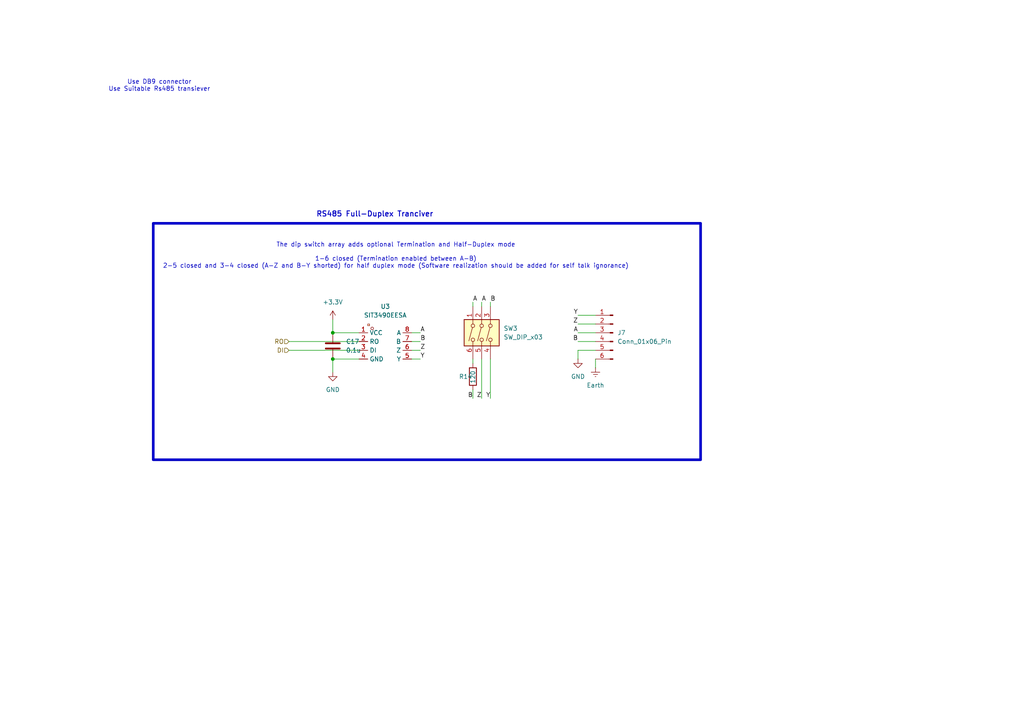
<source format=kicad_sch>
(kicad_sch (version 20250114) (generator "eeschema") (generator_version "9.0")
  (paper "A4")
  (lib_symbols
    (symbol "Connector:Conn_01x06_Pin" (pin_names (offset 1.016) (hide yes))
      (property "Reference" "J" (at 0 7.62 0))
      (property "Value" "Conn_01x06_Pin" (at 0 -10.16 0))
      (symbol "Conn_01x06_Pin_1_1"
        (rectangle (start 0.8636 5.207) (end 0 4.953) (stroke (width 0.1524)) (fill (type outline)))
        (rectangle (start 0.8636 2.667) (end 0 2.413) (stroke (width 0.1524)) (fill (type outline)))
        (rectangle (start 0.8636 0.127) (end 0 -0.127) (stroke (width 0.1524)) (fill (type outline)))
        (rectangle (start 0.8636 -2.413) (end 0 -2.667) (stroke (width 0.1524)) (fill (type outline)))
        (rectangle (start 0.8636 -4.953) (end 0 -5.207) (stroke (width 0.1524)) (fill (type outline)))
        (rectangle (start 0.8636 -7.493) (end 0 -7.747) (stroke (width 0.1524)) (fill (type outline)))
        (polyline (pts (xy 1.27 5.08) (xy 0.8636 5.08)) (stroke (width 0.1524)))
        (polyline (pts (xy 1.27 2.54) (xy 0.8636 2.54)) (stroke (width 0.1524)))
        (polyline (pts (xy 1.27 0) (xy 0.8636 0)) (stroke (width 0.1524)))
        (polyline (pts (xy 1.27 -2.54) (xy 0.8636 -2.54)) (stroke (width 0.1524)))
        (polyline (pts (xy 1.27 -5.08) (xy 0.8636 -5.08)) (stroke (width 0.1524)))
        (polyline (pts (xy 1.27 -7.62) (xy 0.8636 -7.62)) (stroke (width 0.1524)))
        (pin passive line (at 5.08 5.08 180) (length 3.81) (name "Pin_1") (number "1"))
        (pin passive line (at 5.08 2.54 180) (length 3.81) (name "Pin_2") (number "2"))
        (pin passive line (at 5.08 0 180) (length 3.81) (name "Pin_3") (number "3"))
        (pin passive line (at 5.08 -2.54 180) (length 3.81) (name "Pin_4") (number "4"))
        (pin passive line (at 5.08 -5.08 180) (length 3.81) (name "Pin_5") (number "5"))
        (pin passive line (at 5.08 -7.62 180) (length 3.81) (name "Pin_6") (number "6"))
      )
    )
    (symbol "Device:C" (pin_numbers (hide yes)) (pin_names (offset 0.254))
      (property "Reference" "C" (at 0.635 2.54 0))
      (property "Value" "C" (at 0.635 -2.54 0))
      (symbol "C_0_1"
        (polyline (pts (xy -2.032 0.762) (xy 2.032 0.762)) (stroke (width 0.508)))
        (polyline (pts (xy -2.032 -0.762) (xy 2.032 -0.762)) (stroke (width 0.508)))
      )
      (symbol "C_1_1"
        (pin passive line (at 0 3.81 270) (length 2.794) (name "~") (number "1"))
        (pin passive line (at 0 -3.81 90) (length 2.794) (name "~") (number "2"))
      )
    )
    (symbol "Device:R" (pin_numbers (hide yes)) (pin_names (offset 0))
      (property "Reference" "R" (at 2.032 0 90))
      (property "Value" "R" (at 0 0 90))
      (symbol "R_0_1"
        (rectangle (start -1.016 -2.54) (end 1.016 2.54) (stroke (width 0.254)))
      )
      (symbol "R_1_1"
        (pin passive line (at 0 3.81 270) (length 1.27) (name "~") (number "1"))
        (pin passive line (at 0 -3.81 90) (length 1.27) (name "~") (number "2"))
      )
    )
    (symbol "EasyEDA:SIT3490EESA"
      (property "Reference" "U" (at 0 8.89 0))
      (property "Value" "SIT3490EESA" (at 0 -8.89 0))
      (symbol "SIT3490EESA_0_1"
        (rectangle (start -5.08 6.35) (end -4.57 5.84) (fill (type background)))
        (circle (center -3.81 5.08) (radius 0.38))
        (pin unspecified line (at -7.62 3.81 0) (length 2.54) (name "VCC") (number "1"))
        (pin unspecified line (at -7.62 1.27 0) (length 2.54) (name "RO") (number "2"))
        (pin unspecified line (at -7.62 -1.27 0) (length 2.54) (name "DI") (number "3"))
        (pin unspecified line (at -7.62 -3.81 0) (length 2.54) (name "GND") (number "4"))
        (pin unspecified line (at 7.62 3.81 180) (length 2.54) (name "A") (number "8"))
        (pin unspecified line (at 7.62 1.27 180) (length 2.54) (name "B") (number "7"))
        (pin unspecified line (at 7.62 -1.27 180) (length 2.54) (name "Z") (number "6"))
        (pin unspecified line (at 7.62 -3.81 180) (length 2.54) (name "Y") (number "5"))
      )
    )
    (symbol "Switch:SW_DIP_x03" (pin_names (offset 0) (hide yes))
      (property "Reference" "SW" (at 0 6.35 0))
      (property "Value" "SW_DIP_x03" (at 0 -6.35 0))
      (symbol "SW_DIP_x03_0_0"
        (circle (center -2.032 2.54) (radius 0.508))
        (circle (center -2.032 0) (radius 0.508))
        (circle (center -2.032 -2.54) (radius 0.508))
        (polyline (pts (xy -1.524 2.667) (xy 2.3622 3.7084)))
        (polyline (pts (xy -1.524 0.127) (xy 2.3622 1.1684)))
        (polyline (pts (xy -1.524 -2.413) (xy 2.3622 -1.3716)))
        (circle (center 2.032 2.54) (radius 0.508))
        (circle (center 2.032 0) (radius 0.508))
        (circle (center 2.032 -2.54) (radius 0.508))
      )
      (symbol "SW_DIP_x03_0_1"
        (rectangle (start -3.81 5.08) (end 3.81 -5.08) (stroke (width 0.254)) (fill (type background)))
      )
      (symbol "SW_DIP_x03_1_1"
        (pin passive line (at -7.62 2.54 0) (length 5.08) (name "~") (number "1"))
        (pin passive line (at -7.62 0 0) (length 5.08) (name "~") (number "2"))
        (pin passive line (at -7.62 -2.54 0) (length 5.08) (name "~") (number "3"))
        (pin passive line (at 7.62 2.54 180) (length 5.08) (name "~") (number "6"))
        (pin passive line (at 7.62 0 180) (length 5.08) (name "~") (number "5"))
        (pin passive line (at 7.62 -2.54 180) (length 5.08) (name "~") (number "4"))
      )
    )
    (symbol "power:+3.3V" (power) (pin_numbers (hide yes)) (pin_names (offset 0) (hide yes))
      (property "Value" "+3.3V" (at 0 3.556 0))
      (symbol "+3.3V_0_1"
        (polyline (pts (xy -0.762 1.27) (xy 0 2.54)))
        (polyline (pts (xy 0 2.54) (xy 0.762 1.27)))
        (polyline (pts (xy 0 0) (xy 0 2.54)))
      )
      (symbol "+3.3V_1_1"
        (pin power_in line (at 0 0 90) (length 0) (name "~") (number "1"))
      )
    )
    (symbol "power:Earth" (power) (pin_numbers (hide yes)) (pin_names (offset 0) (hide yes))
      (property "Value" "Earth" (at 0 -3.81 0))
      (symbol "Earth_0_1"
        (polyline (pts (xy -0.635 -1.905) (xy 0.635 -1.905)))
        (polyline (pts (xy -0.127 -2.54) (xy 0.127 -2.54)))
        (polyline (pts (xy 0 -1.27) (xy 0 0)))
        (polyline (pts (xy 1.27 -1.27) (xy -1.27 -1.27)))
      )
      (symbol "Earth_1_1"
        (pin power_in line (at 0 0 270) (length 0) (name "~") (number "1"))
      )
    )
    (symbol "power:GND" (power) (pin_numbers (hide yes)) (pin_names (offset 0) (hide yes))
      (property "Value" "GND" (at 0 -3.81 0))
      (symbol "GND_0_1"
        (polyline (pts (xy 0 0) (xy 0 -1.27) (xy 1.27 -1.27) (xy 0 -2.54) (xy -1.27 -1.27) (xy 0 -1.27)))
      )
      (symbol "GND_1_1"
        (pin power_in line (at 0 0 270) (length 0) (name "~") (number "1"))
      )
    )
  )
  (rectangle (start 44.45 64.77) (end 203.2 133.35) (stroke (width 0.762)))
  (text "Use DB9 connector\nUse Suitable Rs485 transiever\n" (at 46.228 24.892 0) (effects (font (size 1.27 1.27))))
  (text "RS485 Full-Duplex Tranciver\n" (at 108.712 62.23 0) (effects (font (size 1.524 1.524) (thickness 0.254) (bold yes))))
  (text "The dip switch array adds optional Termination and Half-Duplex mode\n\n1-6 closed (Termination enabled between A-B)\n2-5 closed and 3-4 closed (A-Z and B-Y shorted) for half duplex mode (Software realization should be added for self talk ignorance)" (at 114.808 74.168 0) (effects (font (size 1.27 1.27))))
  (junction (at 96.52 104.14))
  (junction (at 96.52 96.52))
  (wire (pts (xy 167.64 104.14) (xy 167.64 101.6)))
  (wire (pts (xy 83.82 101.6) (xy 104.14 101.6)))
  (wire (pts (xy 172.72 104.14) (xy 172.72 106.68)))
  (wire (pts (xy 142.24 87.63) (xy 142.24 88.9)))
  (wire (pts (xy 139.7 104.14) (xy 139.7 115.57)))
  (wire (pts (xy 96.52 107.95) (xy 96.52 104.14)))
  (wire (pts (xy 119.38 96.52) (xy 121.92 96.52)))
  (wire (pts (xy 119.38 99.06) (xy 121.92 99.06)))
  (wire (pts (xy 139.7 87.63) (xy 139.7 88.9)))
  (wire (pts (xy 119.38 104.14) (xy 121.92 104.14)))
  (wire (pts (xy 96.52 96.52) (xy 104.14 96.52)))
  (wire (pts (xy 96.52 104.14) (xy 104.14 104.14)))
  (wire (pts (xy 137.16 104.14) (xy 137.16 105.41)))
  (wire (pts (xy 119.38 101.6) (xy 121.92 101.6)))
  (wire (pts (xy 137.16 113.03) (xy 137.16 115.57)))
  (wire (pts (xy 167.64 91.44) (xy 172.72 91.44)))
  (wire (pts (xy 137.16 87.63) (xy 137.16 88.9)))
  (wire (pts (xy 142.24 104.14) (xy 142.24 115.57)))
  (wire (pts (xy 167.64 99.06) (xy 172.72 99.06)))
  (wire (pts (xy 167.64 101.6) (xy 172.72 101.6)))
  (wire (pts (xy 167.64 96.52) (xy 172.72 96.52)))
  (wire (pts (xy 96.52 92.71) (xy 96.52 96.52)))
  (wire (pts (xy 83.82 99.06) (xy 104.14 99.06)))
  (wire (pts (xy 167.64 93.98) (xy 172.72 93.98)))
  (label "A" (at 167.64 96.52 180))
  (label "A" (at 121.92 96.52 0))
  (label "Z" (at 139.7 115.57 180))
  (label "B" (at 137.16 115.57 180))
  (label "Y" (at 121.92 104.14 0))
  (label "A" (at 137.16 87.63 0))
  (label "Y" (at 167.64 91.44 180))
  (label "A" (at 139.7 87.63 0))
  (label "B" (at 142.24 87.63 0))
  (label "Z" (at 167.64 93.98 180))
  (label "Y" (at 142.24 115.57 180))
  (label "B" (at 121.92 99.06 0))
  (label "B" (at 167.64 99.06 180))
  (label "Z" (at 121.92 101.6 0))
  (hierarchical_label "DI" (shape input) (at 83.82 101.6 180))
  (hierarchical_label "RO" (shape input) (at 83.82 99.06 180))
  (symbol (lib_id "power:+3.3V") (at 96.52 92.71 0) (unit 1)
    (property "Reference" "#PWR037" (effects (hide yes)))
    (property "Value" "+3.3V" (at 96.52 87.63 0))
    (property "Description" "Power symbol creates a global label with name \"+3.3V\"" (effects (hide yes)))
  )
  (symbol (lib_id "power:GND") (at 96.52 107.95 0) (unit 1)
    (property "Reference" "#PWR038" (effects (hide yes)))
    (property "Value" "GND" (at 96.52 113.03 0))
    (property "Description" "Power symbol creates a global label with name \"GND\" , ground" (effects (hide yes)))
  )
  (symbol (lib_id "power:Earth") (at 172.72 106.68 0) (unit 1)
    (property "Reference" "#PWR030" (effects (hide yes)))
    (property "Value" "Earth" (at 172.72 111.76 0))
    (property "Description" "Power symbol creates a global label with name \"Earth\"" (effects (hide yes)))
  )
  (symbol (lib_id "EasyEDA:SIT3490EESA") (at 111.76 100.33 0) (unit 1)
    (property "Reference" "U3" (at 111.76 88.9 0))
    (property "Value" "SIT3490EESA" (at 111.76 91.44 0))
    (property "Footprint" "EasyEDA:SOP-8_L4.9-W3.9-P1.27-LS6.0-BL" (effects (hide yes)))
    (property "Datasheet" "https://lcsc.com/product-detail/New-Arrivals_SIT-SIT3490EESA_C496618.html" (effects (hide yes)))
    (property "LCSC Part" "C496618" (effects (hide yes)))
  )
  (symbol (lib_id "Switch:SW_DIP_x03") (at 139.7 96.52 90) (mirror x) (unit 1)
    (property "Reference" "SW3" (at 146.05 95.2499 90) (effects (justify right)))
    (property "Value" "SW_DIP_x03" (at 146.05 97.7899 90) (effects (justify right)))
    (property "Footprint" "Button_Switch_THT:SW_DIP_SPSTx03_Slide_6.7x9.18mm_W7.62mm_P2.54mm_LowProfile" (effects (hide yes)))
    (property "Description" "3x DIP Switch, Single Pole Single Throw (SPST) switch, small symbol" (effects (hide yes)))
  )
  (symbol (lib_id "Connector:Conn_01x06_Pin") (at 177.8 96.52 0) (mirror y) (unit 1)
    (property "Reference" "J7" (at 179.07 96.5199 0) (effects (justify right)))
    (property "Value" "Conn_01x06_Pin" (at 179.07 99.0599 0) (effects (justify right)))
    (property "Footprint" "Connector_JST:JST_XH_B6B-XH-A_1x06_P2.50mm_Vertical" (effects (hide yes)))
    (property "Description" "Generic connector, single row, 01x06, script generated" (effects (hide yes)))
  )
  (symbol (lib_id "power:GND") (at 167.64 104.14 0) (unit 1)
    (property "Reference" "#PWR039" (effects (hide yes)))
    (property "Value" "GND" (at 167.64 109.22 0))
    (property "Description" "Power symbol creates a global label with name \"GND\" , ground" (effects (hide yes)))
  )
  (symbol (lib_id "Device:C") (at 96.52 100.33 0) (unit 1)
    (property "Reference" "C17" (at 100.33 99.0599 0) (effects (justify left)))
    (property "Value" "0.1u" (at 100.33 101.5999 0) (effects (justify left)))
    (property "Footprint" "Capacitor_SMD:C_0805_2012Metric" (effects (hide yes)))
    (property "Description" "Unpolarized capacitor" (effects (hide yes)))
  )
  (symbol (lib_id "Device:R") (at 137.16 109.22 0) (unit 1)
    (property "Reference" "R14" (at 133.096 109.22 0) (effects (justify left)))
    (property "Value" "120" (at 137.16 107.442 90) (effects (justify right)))
    (property "Footprint" "Resistor_SMD:R_0805_2012Metric" (effects (hide yes)))
    (property "Description" "Resistor" (effects (hide yes)))
  )
)
</source>
